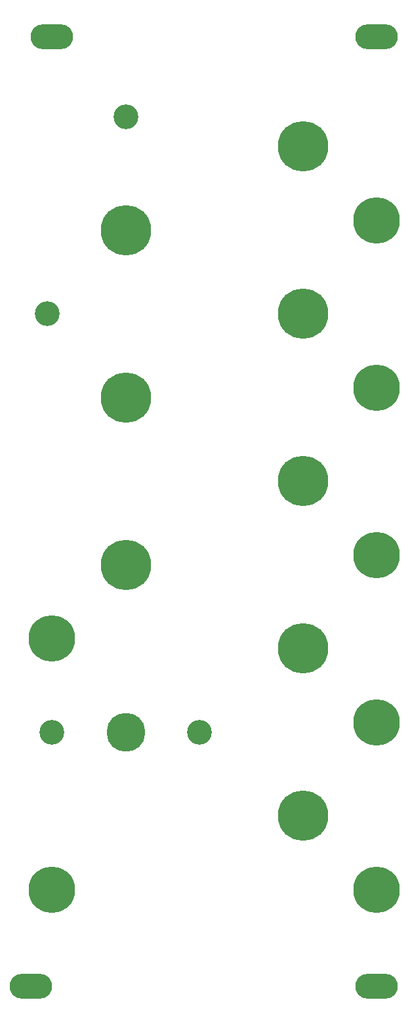
<source format=gbs>
G04 #@! TF.GenerationSoftware,KiCad,Pcbnew,(6.0.0)*
G04 #@! TF.CreationDate,2022-08-09T16:48:57+02:00*
G04 #@! TF.ProjectId,FG-VCO-(panel),46472d56-434f-42d2-9870-616e656c292e,rev?*
G04 #@! TF.SameCoordinates,Original*
G04 #@! TF.FileFunction,Soldermask,Bot*
G04 #@! TF.FilePolarity,Negative*
%FSLAX46Y46*%
G04 Gerber Fmt 4.6, Leading zero omitted, Abs format (unit mm)*
G04 Created by KiCad (PCBNEW (6.0.0)) date 2022-08-09 16:48:57*
%MOMM*%
%LPD*%
G01*
G04 APERTURE LIST*
%ADD10C,6.500000*%
%ADD11C,6.000000*%
%ADD12C,3.200000*%
%ADD13C,5.000000*%
%ADD14O,5.500000X3.200000*%
G04 APERTURE END LIST*
D10*
X38100000Y-17145000D03*
D11*
X5715000Y-113030000D03*
X47625000Y-91440000D03*
X5715000Y-80645000D03*
X47625000Y-113030000D03*
X47625000Y-26670000D03*
D10*
X15240000Y-27940000D03*
X38100000Y-81915000D03*
D12*
X5715000Y-92710000D03*
D10*
X38100000Y-38735000D03*
X15240000Y-49530000D03*
D13*
X15240000Y-92710000D03*
D11*
X47625000Y-48260000D03*
D14*
X47630000Y-125500000D03*
X5710000Y-3000000D03*
D12*
X15240000Y-13335000D03*
D11*
X47625000Y-69850000D03*
D12*
X5080000Y-38735000D03*
D10*
X38100000Y-103505000D03*
D14*
X3000000Y-125500000D03*
X47630000Y-3000000D03*
D12*
X24765000Y-92710000D03*
D10*
X38100000Y-60325000D03*
X15240000Y-71120000D03*
M02*

</source>
